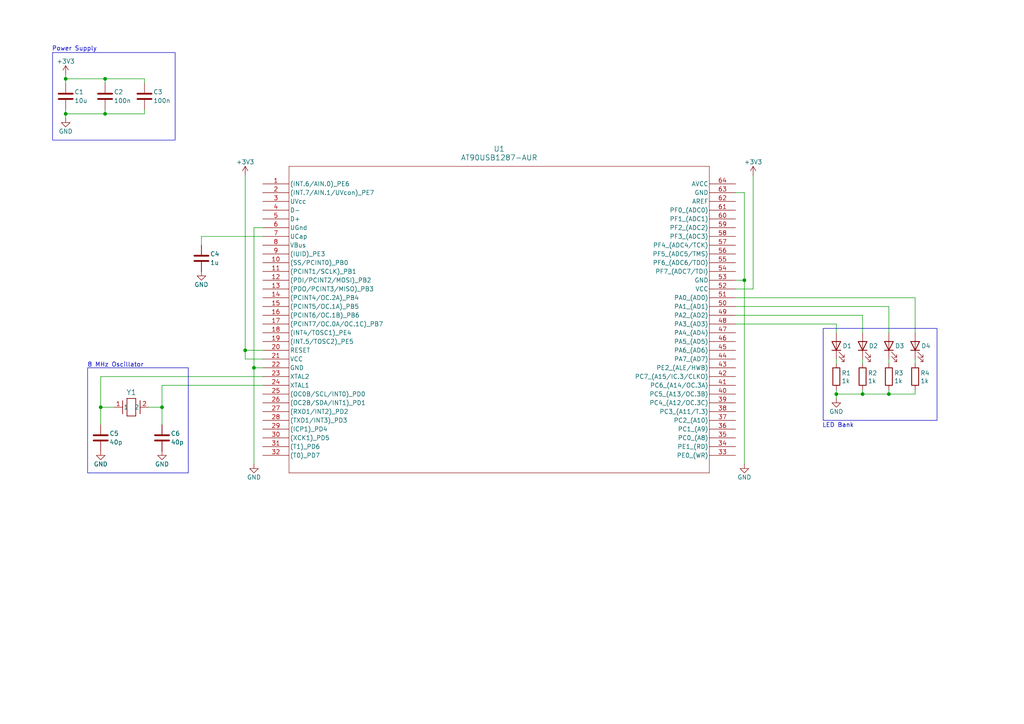
<source format=kicad_sch>
(kicad_sch (version 20231120) (generator "eeschema") (generator_version "8.0")
  (paper "A4")
  (title_block (title "Primary MCU") (company "Helena Hounds"))
  (lib_symbols
    (symbol "Dev_Board:AT90USB1287-AUR" (pin_names (offset 0.254))
      (property "Reference" "U" (at 68.58 10.16 0))
      (property "Value" "AT90USB1287-AUR" (at 68.58 7.62 0))
      (symbol "AT90USB1287-AUR_0_1"
        (polyline (pts (xy 7.62 -83.82) (xy 129.54 -83.82)) (stroke (width 0.127)))
        (polyline (pts (xy 7.62 5.08) (xy 7.62 -83.82)) (stroke (width 0.127)))
        (polyline (pts (xy 129.54 -83.82) (xy 129.54 5.08)) (stroke (width 0.127)))
        (polyline (pts (xy 129.54 5.08) (xy 7.62 5.08)) (stroke (width 0.127)))
        (pin bidirectional line (at 0 0 0) (length 7.62) (name "(INT.6/AIN.0)_PE6") (number "1"))
        (pin bidirectional line (at 0 -22.86 0) (length 7.62) (name "(SS/PCINT0)_PB0") (number "10"))
        (pin bidirectional line (at 0 -25.4 0) (length 7.62) (name "(PCINT1/SCLK)_PB1") (number "11"))
        (pin bidirectional line (at 0 -27.94 0) (length 7.62) (name "(PDI/PCINT2/MOSI)_PB2") (number "12"))
        (pin bidirectional line (at 0 -30.48 0) (length 7.62) (name "(PDO/PCINT3/MISO)_PB3") (number "13"))
        (pin bidirectional line (at 0 -33.02 0) (length 7.62) (name "(PCINT4/OC.2A)_PB4") (number "14"))
        (pin bidirectional line (at 0 -35.56 0) (length 7.62) (name "(PCINT5/OC.1A)_PB5") (number "15"))
        (pin bidirectional line (at 0 -38.1 0) (length 7.62) (name "(PCINT6/OC.1B)_PB6") (number "16"))
        (pin bidirectional line (at 0 -40.64 0) (length 7.62) (name "(PCINT7/OC.0A/OC.1C)_PB7") (number "17"))
        (pin bidirectional line (at 0 -43.18 0) (length 7.62) (name "(INT4/TOSC1)_PE4") (number "18"))
        (pin bidirectional line (at 0 -45.72 0) (length 7.62) (name "(INT.5/TOSC2)_PE5") (number "19"))
        (pin bidirectional line (at 0 -2.54 0) (length 7.62) (name "(INT.7/AIN.1/UVcon)_PE7") (number "2"))
        (pin input line (at 0 -48.26 0) (length 7.62) (name "RESET") (number "20"))
        (pin power_in line (at 0 -50.8 0) (length 7.62) (name "VCC") (number "21"))
        (pin power_in line (at 0 -53.34 0) (length 7.62) (name "GND") (number "22"))
        (pin output line (at 0 -55.88 0) (length 7.62) (name "XTAL2") (number "23"))
        (pin input line (at 0 -58.42 0) (length 7.62) (name "XTAL1") (number "24"))
        (pin bidirectional line (at 0 -60.96 0) (length 7.62) (name "(OC0B/SCL/INT0)_PD0") (number "25"))
        (pin bidirectional line (at 0 -63.5 0) (length 7.62) (name "(OC2B/SDA/INT1)_PD1") (number "26"))
        (pin bidirectional line (at 0 -66.04 0) (length 7.62) (name "(RXD1/INT2)_PD2") (number "27"))
        (pin bidirectional line (at 0 -68.58 0) (length 7.62) (name "(TXD1/INT3)_PD3") (number "28"))
        (pin bidirectional line (at 0 -71.12 0) (length 7.62) (name "(ICP1)_PD4") (number "29"))
        (pin bidirectional line (at 0 -5.08 0) (length 7.62) (name "UVcc") (number "3"))
        (pin bidirectional line (at 0 -73.66 0) (length 7.62) (name "(XCK1)_PD5") (number "30"))
        (pin bidirectional line (at 0 -76.2 0) (length 7.62) (name "(T1)_PD6") (number "31"))
        (pin bidirectional line (at 0 -78.74 0) (length 7.62) (name "(T0)_PD7") (number "32"))
        (pin bidirectional line (at 137.16 -78.74 180) (length 7.62) (name "PE0_(WR)") (number "33"))
        (pin bidirectional line (at 137.16 -76.2 180) (length 7.62) (name "PE1_(RD)") (number "34"))
        (pin bidirectional line (at 137.16 -73.66 180) (length 7.62) (name "PC0_(A8)") (number "35"))
        (pin bidirectional line (at 137.16 -71.12 180) (length 7.62) (name "PC1_(A9)") (number "36"))
        (pin bidirectional line (at 137.16 -68.58 180) (length 7.62) (name "PC2_(A10)") (number "37"))
        (pin bidirectional line (at 137.16 -66.04 180) (length 7.62) (name "PC3_(A11/T.3)") (number "38"))
        (pin bidirectional line (at 137.16 -63.5 180) (length 7.62) (name "PC4_(A12/OC.3C)") (number "39"))
        (pin unspecified line (at 0 -7.62 0) (length 7.62) (name "D-") (number "4"))
        (pin bidirectional line (at 137.16 -60.96 180) (length 7.62) (name "PC5_(A13/OC.3B)") (number "40"))
        (pin bidirectional line (at 137.16 -58.42 180) (length 7.62) (name "PC6_(A14/OC.3A)") (number "41"))
        (pin bidirectional line (at 137.16 -55.88 180) (length 7.62) (name "PC7_(A15/IC.3/CLKO)") (number "42"))
        (pin bidirectional line (at 137.16 -53.34 180) (length 7.62) (name "PE2_(ALE/HWB)") (number "43"))
        (pin bidirectional line (at 137.16 -50.8 180) (length 7.62) (name "PA7_(AD7)") (number "44"))
        (pin bidirectional line (at 137.16 -48.26 180) (length 7.62) (name "PA6_(AD6)") (number "45"))
        (pin bidirectional line (at 137.16 -45.72 180) (length 7.62) (name "PA5_(AD5)") (number "46"))
        (pin bidirectional line (at 137.16 -43.18 180) (length 7.62) (name "PA4_(AD4)") (number "47"))
        (pin bidirectional line (at 137.16 -40.64 180) (length 7.62) (name "PA3_(AD3)") (number "48"))
        (pin bidirectional line (at 137.16 -38.1 180) (length 7.62) (name "PA2_(AD2)") (number "49"))
        (pin unspecified line (at 0 -10.16 0) (length 7.62) (name "D+") (number "5"))
        (pin bidirectional line (at 137.16 -35.56 180) (length 7.62) (name "PA1_(AD1)") (number "50"))
        (pin bidirectional line (at 137.16 -33.02 180) (length 7.62) (name "PA0_(AD0)") (number "51"))
        (pin power_in line (at 137.16 -30.48 180) (length 7.62) (name "VCC") (number "52"))
        (pin power_in line (at 137.16 -27.94 180) (length 7.62) (name "GND") (number "53"))
        (pin bidirectional line (at 137.16 -25.4 180) (length 7.62) (name "PF7_(ADC7/TDI)") (number "54"))
        (pin bidirectional line (at 137.16 -22.86 180) (length 7.62) (name "PF6_(ADC6/TDO)") (number "55"))
        (pin bidirectional line (at 137.16 -20.32 180) (length 7.62) (name "PF5_(ADC5/TMS)") (number "56"))
        (pin bidirectional line (at 137.16 -17.78 180) (length 7.62) (name "PF4_(ADC4/TCK)") (number "57"))
        (pin bidirectional line (at 137.16 -15.24 180) (length 7.62) (name "PF3_(ADC3)") (number "58"))
        (pin bidirectional line (at 137.16 -12.7 180) (length 7.62) (name "PF2_(ADC2)") (number "59"))
        (pin power_in line (at 0 -12.7 0) (length 7.62) (name "UGnd") (number "6"))
        (pin bidirectional line (at 137.16 -10.16 180) (length 7.62) (name "PF1_(ADC1)") (number "60"))
        (pin bidirectional line (at 137.16 -7.62 180) (length 7.62) (name "PF0_(ADC0)") (number "61"))
        (pin unspecified line (at 137.16 -5.08 180) (length 7.62) (name "AREF") (number "62"))
        (pin power_in line (at 137.16 -2.54 180) (length 7.62) (name "GND") (number "63"))
        (pin power_in line (at 137.16 0 180) (length 7.62) (name "AVCC") (number "64"))
        (pin power_in line (at 0 -15.24 0) (length 7.62) (name "UCap") (number "7"))
        (pin power_in line (at 0 -17.78 0) (length 7.62) (name "VBus") (number "8"))
        (pin bidirectional line (at 0 -20.32 0) (length 7.62) (name "(IUID)_PE3") (number "9"))
      )
    )
    (symbol "Dev_Board:FOXSDLF_080-20" (pin_names (offset 0.254))
      (property "Reference" "Y" (at 5.08 4.445 0))
      (property "Value" "FOXSDLF/080-20" (at 5.08 -4.445 0))
      (symbol "FOXSDLF_080-20_1_1"
        (polyline (pts (xy 2.54 -1.905) (xy 2.54 1.905)) (stroke (width 0.2032)))
        (polyline (pts (xy 3.81 -2.54) (xy 3.81 2.54)) (stroke (width 0.2032)))
        (polyline (pts (xy 3.81 2.54) (xy 6.35 2.54)) (stroke (width 0.2032)))
        (polyline (pts (xy 6.35 -2.54) (xy 3.81 -2.54)) (stroke (width 0.2032)))
        (polyline (pts (xy 6.35 2.54) (xy 6.35 -2.54)) (stroke (width 0.2032)))
        (polyline (pts (xy 7.62 -1.905) (xy 7.62 1.905)) (stroke (width 0.2032)))
        (pin unspecified line (at 0 0 0) (length 2.54) (name "1") (number "1"))
        (pin unspecified line (at 10.16 0 180) (length 2.54) (name "2") (number "2"))
      )
      (symbol "FOXSDLF_080-20_1_2"
        (polyline (pts (xy -2.54 3.81) (xy -2.54 6.35)) (stroke (width 0.2032)))
        (polyline (pts (xy -2.54 6.35) (xy 2.54 6.35)) (stroke (width 0.2032)))
        (polyline (pts (xy 1.905 2.54) (xy -1.905 2.54)) (stroke (width 0.2032)))
        (polyline (pts (xy 1.905 7.62) (xy -1.905 7.62)) (stroke (width 0.2032)))
        (polyline (pts (xy 2.54 3.81) (xy -2.54 3.81)) (stroke (width 0.2032)))
        (polyline (pts (xy 2.54 6.35) (xy 2.54 3.81)) (stroke (width 0.2032)))
        (pin unspecified line (at 0 0 90) (length 2.54) (name "1") (number "1"))
        (pin unspecified line (at 0 10.16 270) (length 2.54) (name "2") (number "2"))
      )
    )
    (symbol "Device:C" (pin_numbers hide) (pin_names (offset 0.254))
      (property "Reference" "C" (at 0.635 2.54 0))
      (property "Value" "C" (at 0.635 -2.54 0))
      (symbol "C_0_1"
        (polyline (pts (xy -2.032 -0.762) (xy 2.032 -0.762)) (stroke (width 0.508)))
        (polyline (pts (xy -2.032 0.762) (xy 2.032 0.762)) (stroke (width 0.508)))
      )
      (symbol "C_1_1"
        (pin passive line (at 0 3.81 270) (length 2.794) (name "~") (number "1"))
        (pin passive line (at 0 -3.81 90) (length 2.794) (name "~") (number "2"))
      )
    )
    (symbol "Device:LED" (pin_numbers hide) (pin_names (offset 1.016) hide)
      (property "Reference" "D" (at 0 2.54 0))
      (property "Value" "LED" (at 0 -2.54 0))
      (symbol "LED_0_1"
        (polyline (pts (xy -1.27 -1.27) (xy -1.27 1.27)) (stroke (width 0.254)))
        (polyline (pts (xy -1.27 0) (xy 1.27 0)))
        (polyline (pts (xy 1.27 -1.27) (xy 1.27 1.27) (xy -1.27 0) (xy 1.27 -1.27)) (stroke (width 0.254)))
        (polyline (pts (xy -3.048 -0.762) (xy -4.572 -2.286) (xy -3.81 -2.286) (xy -4.572 -2.286) (xy -4.572 -1.524)))
        (polyline (pts (xy -1.778 -0.762) (xy -3.302 -2.286) (xy -2.54 -2.286) (xy -3.302 -2.286) (xy -3.302 -1.524)))
      )
      (symbol "LED_1_1"
        (pin passive line (at -3.81 0 0) (length 2.54) (name "K") (number "1"))
        (pin passive line (at 3.81 0 180) (length 2.54) (name "A") (number "2"))
      )
    )
    (symbol "Device:R" (pin_numbers hide) (pin_names (offset 0))
      (property "Reference" "R" (at 2.032 0 90))
      (property "Value" "R" (at 0 0 90))
      (symbol "R_0_1"
        (rectangle (start -1.016 -2.54) (end 1.016 2.54) (stroke (width 0.254)))
      )
      (symbol "R_1_1"
        (pin passive line (at 0 3.81 270) (length 1.27) (name "~") (number "1"))
        (pin passive line (at 0 -3.81 90) (length 1.27) (name "~") (number "2"))
      )
    )
    (symbol "power:+3V3" (power) (pin_numbers hide) (pin_names (offset 0) hide)
      (property "Value" "+3V3" (at 0 3.556 0))
      (symbol "+3V3_0_1"
        (polyline (pts (xy -0.762 1.27) (xy 0 2.54)))
        (polyline (pts (xy 0 0) (xy 0 2.54)))
        (polyline (pts (xy 0 2.54) (xy 0.762 1.27)))
      )
      (symbol "+3V3_1_1"
        (pin power_in line (at 0 0 90) (length 0) (name "~") (number "1"))
      )
    )
    (symbol "power:GND" (power) (pin_numbers hide) (pin_names (offset 0) hide)
      (property "Value" "GND" (at 0 -3.81 0))
      (symbol "GND_0_1"
        (polyline (pts (xy 0 0) (xy 0 -1.27) (xy 1.27 -1.27) (xy 0 -2.54) (xy -1.27 -1.27) (xy 0 -1.27)))
      )
      (symbol "GND_1_1"
        (pin power_in line (at 0 0 270) (length 0) (name "~") (number "1"))
      )
    )
  )
  (junction (at 29.21 118.11))
  (junction (at 215.9 81.28))
  (junction (at 257.81 114.3))
  (junction (at 46.99 118.11))
  (junction (at 250.19 114.3))
  (junction (at 73.66 106.68))
  (junction (at 71.12 101.6))
  (junction (at 19.05 33.02))
  (junction (at 19.05 22.86))
  (junction (at 30.48 33.02))
  (junction (at 242.57 114.3))
  (junction (at 30.48 22.86))
  (wire (pts (xy 242.57 104.14) (xy 242.57 105.41)))
  (wire (pts (xy 250.19 91.44) (xy 250.19 96.52)))
  (wire (pts (xy 215.9 81.28) (xy 213.36 81.28)))
  (wire (pts (xy 250.19 113.03) (xy 250.19 114.3)))
  (wire (pts (xy 213.36 86.36) (xy 265.43 86.36)))
  (wire (pts (xy 19.05 22.86) (xy 19.05 24.13)))
  (wire (pts (xy 242.57 114.3) (xy 250.19 114.3)))
  (wire (pts (xy 71.12 101.6) (xy 71.12 104.14)))
  (wire (pts (xy 41.91 31.75) (xy 41.91 33.02)))
  (wire (pts (xy 250.19 114.3) (xy 257.81 114.3)))
  (wire (pts (xy 76.2 111.76) (xy 46.99 111.76)))
  (wire (pts (xy 29.21 109.22) (xy 29.21 118.11)))
  (wire (pts (xy 19.05 21.59) (xy 19.05 22.86)))
  (wire (pts (xy 30.48 31.75) (xy 30.48 33.02)))
  (wire (pts (xy 46.99 118.11) (xy 43.18 118.11)))
  (wire (pts (xy 76.2 106.68) (xy 73.66 106.68)))
  (wire (pts (xy 30.48 24.13) (xy 30.48 22.86)))
  (wire (pts (xy 242.57 113.03) (xy 242.57 114.3)))
  (wire (pts (xy 29.21 123.19) (xy 29.21 118.11)))
  (wire (pts (xy 58.42 71.12) (xy 58.42 68.58)))
  (wire (pts (xy 265.43 104.14) (xy 265.43 105.41)))
  (wire (pts (xy 46.99 123.19) (xy 46.99 118.11)))
  (wire (pts (xy 19.05 22.86) (xy 30.48 22.86)))
  (wire (pts (xy 250.19 104.14) (xy 250.19 105.41)))
  (wire (pts (xy 73.66 106.68) (xy 73.66 134.62)))
  (wire (pts (xy 257.81 113.03) (xy 257.81 114.3)))
  (wire (pts (xy 19.05 33.02) (xy 30.48 33.02)))
  (wire (pts (xy 242.57 114.3) (xy 242.57 115.57)))
  (wire (pts (xy 265.43 86.36) (xy 265.43 96.52)))
  (wire (pts (xy 71.12 50.8) (xy 71.12 101.6)))
  (wire (pts (xy 30.48 22.86) (xy 41.91 22.86)))
  (wire (pts (xy 257.81 114.3) (xy 265.43 114.3)))
  (wire (pts (xy 213.36 91.44) (xy 250.19 91.44)))
  (wire (pts (xy 213.36 88.9) (xy 257.81 88.9)))
  (wire (pts (xy 46.99 111.76) (xy 46.99 118.11)))
  (wire (pts (xy 257.81 104.14) (xy 257.81 105.41)))
  (wire (pts (xy 242.57 96.52) (xy 242.57 93.98)))
  (wire (pts (xy 257.81 88.9) (xy 257.81 96.52)))
  (wire (pts (xy 213.36 83.82) (xy 218.44 83.82)))
  (wire (pts (xy 265.43 114.3) (xy 265.43 113.03)))
  (wire (pts (xy 71.12 104.14) (xy 76.2 104.14)))
  (wire (pts (xy 73.66 66.04) (xy 73.66 106.68)))
  (wire (pts (xy 213.36 55.88) (xy 215.9 55.88)))
  (wire (pts (xy 58.42 68.58) (xy 76.2 68.58)))
  (wire (pts (xy 71.12 101.6) (xy 76.2 101.6)))
  (wire (pts (xy 215.9 55.88) (xy 215.9 81.28)))
  (wire (pts (xy 19.05 33.02) (xy 19.05 34.29)))
  (wire (pts (xy 76.2 66.04) (xy 73.66 66.04)))
  (wire (pts (xy 218.44 50.8) (xy 218.44 83.82)))
  (wire (pts (xy 29.21 118.11) (xy 33.02 118.11)))
  (wire (pts (xy 76.2 109.22) (xy 29.21 109.22)))
  (wire (pts (xy 41.91 24.13) (xy 41.91 22.86)))
  (wire (pts (xy 30.48 33.02) (xy 41.91 33.02)))
  (wire (pts (xy 215.9 134.62) (xy 215.9 81.28)))
  (wire (pts (xy 213.36 93.98) (xy 242.57 93.98)))
  (wire (pts (xy 19.05 31.75) (xy 19.05 33.02)))
  (rectangle (start 238.76 95.25) (end 271.78 121.92))
  (rectangle (start 25.4 106.68) (end 54.61 137.16))
  (rectangle (start 15.24 15.24) (end 50.8 40.64))
  (text "Power Supply" (at 21.59 14.224 0) (effects (font (size 1.27 1.27))))
  (text "LED Bank" (at 243.078 123.444 0) (effects (font (size 1.27 1.27))))
  (text "8 MHz Oscillator" (at 33.528 105.918 0) (effects (font (size 1.27 1.27))))
  (symbol (lib_id "power:+3V3") (at 19.05 21.59 0) (unit 1)
    (property "Reference" "#PWR05" (effects (hide yes)))
    (property "Value" "+3V3" (at 19.05 17.78 0))
    (property "Description" "Power symbol creates a global label with name \"+3V3\"" (effects (hide yes)))
  )
  (symbol (lib_id "power:GND") (at 29.21 130.81 0) (unit 1)
    (property "Reference" "#PWR09" (effects (hide yes)))
    (property "Value" "GND" (at 29.21 134.62 0))
    (property "Description" "Power symbol creates a global label with name \"GND\" , ground" (effects (hide yes)))
  )
  (symbol (lib_id "Device:R") (at 242.57 109.22 0) (unit 1)
    (property "Reference" "R1" (at 244.094 108.204 0) (effects (justify left)))
    (property "Value" "1k" (at 244.094 110.49 0) (effects (justify left)))
    (property "Footprint" "Resistor_SMD:R_0603_1608Metric" (effects (hide yes)))
    (property "Description" "Resistor" (effects (hide yes)))
  )
  (symbol (lib_id "power:GND") (at 242.57 115.57 0) (unit 1)
    (property "Reference" "#PWR010" (effects (hide yes)))
    (property "Value" "GND" (at 242.57 119.38 0))
    (property "Description" "Power symbol creates a global label with name \"GND\" , ground" (effects (hide yes)))
  )
  (symbol (lib_id "power:GND") (at 215.9 134.62 0) (unit 1)
    (property "Reference" "#PWR02" (effects (hide yes)))
    (property "Value" "GND" (at 215.9 138.43 0))
    (property "Description" "Power symbol creates a global label with name \"GND\" , ground" (effects (hide yes)))
  )
  (symbol (lib_id "Device:C") (at 58.42 74.93 0) (unit 1)
    (property "Reference" "C4" (at 60.96 73.66 0) (effects (justify left)))
    (property "Value" "1u" (at 60.96 76.2 0) (effects (justify left)))
    (property "Description" "Unpolarized capacitor" (effects (hide yes)))
  )
  (symbol (lib_id "power:GND") (at 46.99 130.81 0) (unit 1)
    (property "Reference" "#PWR08" (effects (hide yes)))
    (property "Value" "GND" (at 46.99 134.62 0))
    (property "Description" "Power symbol creates a global label with name \"GND\" , ground" (effects (hide yes)))
  )
  (symbol (lib_id "Device:R") (at 265.43 109.22 0) (unit 1)
    (property "Reference" "R4" (at 266.954 108.204 0) (effects (justify left)))
    (property "Value" "1k" (at 266.954 110.49 0) (effects (justify left)))
    (property "Footprint" "Resistor_SMD:R_0603_1608Metric" (effects (hide yes)))
    (property "Description" "Resistor" (effects (hide yes)))
  )
  (symbol (lib_id "power:GND") (at 58.42 78.74 0) (unit 1)
    (property "Reference" "#PWR07" (effects (hide yes)))
    (property "Value" "GND" (at 58.42 82.55 0))
    (property "Description" "Power symbol creates a global label with name \"GND\" , ground" (effects (hide yes)))
  )
  (symbol (lib_id "Device:C") (at 46.99 127 0) (unit 1)
    (property "Reference" "C6" (at 49.53 125.73 0) (effects (justify left)))
    (property "Value" "40p" (at 49.53 128.27 0) (effects (justify left)))
    (property "Description" "Unpolarized capacitor" (effects (hide yes)))
  )
  (symbol (lib_id "Device:LED") (at 250.19 100.33 90) (unit 1)
    (property "Reference" "D2" (at 251.968 100.33 90) (effects (justify right)))
    (property "Value" "LED" (effects (hide yes)))
    (property "Footprint" "LED_SMD:LED_0603_1608Metric" (effects (hide yes)))
    (property "Description" "Light emitting diode" (effects (hide yes)))
  )
  (symbol (lib_id "Device:C") (at 30.48 27.94 0) (unit 1)
    (property "Reference" "C2" (at 33.02 26.67 0) (effects (justify left)))
    (property "Value" "100n" (at 33.02 29.21 0) (effects (justify left)))
    (property "Description" "Unpolarized capacitor" (effects (hide yes)))
  )
  (symbol (lib_id "power:GND") (at 73.66 134.62 0) (unit 1)
    (property "Reference" "#PWR01" (effects (hide yes)))
    (property "Value" "GND" (at 73.66 138.43 0))
    (property "Description" "Power symbol creates a global label with name \"GND\" , ground" (effects (hide yes)))
  )
  (symbol (lib_id "Device:C") (at 41.91 27.94 0) (unit 1)
    (property "Reference" "C3" (at 44.45 26.67 0) (effects (justify left)))
    (property "Value" "100n" (at 44.45 29.21 0) (effects (justify left)))
    (property "Description" "Unpolarized capacitor" (effects (hide yes)))
  )
  (symbol (lib_id "Dev_Board:AT90USB1287-AUR") (at 76.2 53.34 0) (unit 1)
    (property "Reference" "U1" (at 144.78 43.18 0) (effects (font (size 1.524 1.524))))
    (property "Value" "AT90USB1287-AUR" (at 144.78 45.72 0) (effects (font (size 1.524 1.524))))
    (property "Footprint" "TQFP64_ATM" (effects (hide yes)))
    (property "Datasheet" "AT90USB1287-AUR" (effects (hide yes)))
  )
  (symbol (lib_id "Device:C") (at 29.21 127 0) (unit 1)
    (property "Reference" "C5" (at 31.75 125.73 0) (effects (justify left)))
    (property "Value" "40p" (at 31.75 128.27 0) (effects (justify left)))
    (property "Description" "Unpolarized capacitor" (effects (hide yes)))
  )
  (symbol (lib_id "power:+3V3") (at 218.44 50.8 0) (unit 1)
    (property "Reference" "#PWR04" (effects (hide yes)))
    (property "Value" "+3V3" (at 218.44 46.99 0))
    (property "Description" "Power symbol creates a global label with name \"+3V3\"" (effects (hide yes)))
  )
  (symbol (lib_id "Device:LED") (at 257.81 100.33 90) (unit 1)
    (property "Reference" "D3" (at 259.588 100.33 90) (effects (justify right)))
    (property "Value" "LED" (effects (hide yes)))
    (property "Footprint" "LED_SMD:LED_0603_1608Metric" (effects (hide yes)))
    (property "Description" "Light emitting diode" (effects (hide yes)))
  )
  (symbol (lib_id "power:+3V3") (at 71.12 50.8 0) (unit 1)
    (property "Reference" "#PWR03" (effects (hide yes)))
    (property "Value" "+3V3" (at 71.12 46.99 0))
    (property "Description" "Power symbol creates a global label with name \"+3V3\"" (effects (hide yes)))
  )
  (symbol (lib_id "Device:LED") (at 242.57 100.33 90) (unit 1)
    (property "Reference" "D1" (at 244.348 100.33 90) (effects (justify right)))
    (property "Value" "LED" (effects (hide yes)))
    (property "Footprint" "LED_SMD:LED_0603_1608Metric" (effects (hide yes)))
    (property "Description" "Light emitting diode" (effects (hide yes)))
  )
  (symbol (lib_id "Device:C") (at 19.05 27.94 0) (unit 1)
    (property "Reference" "C1" (at 21.59 26.67 0) (effects (justify left)))
    (property "Value" "10u" (at 21.59 29.21 0) (effects (justify left)))
    (property "Description" "Unpolarized capacitor" (effects (hide yes)))
  )
  (symbol (lib_id "Dev_Board:FOXSDLF_080-20") (at 33.02 118.11 0) (unit 1)
    (property "Reference" "Y1" (at 38.1 113.792 0) (effects (font (size 1.524 1.524))))
    (property "Value" "FOXSDLF/080-20" (effects (hide yes)))
    (property "Footprint" "CRYSTAL_HC49SDLF_FXT" (effects (hide yes)))
    (property "Datasheet" "FOXSDLF/080-20" (effects (hide yes)))
  )
  (symbol (lib_id "power:GND") (at 19.05 34.29 0) (unit 1)
    (property "Reference" "#PWR06" (effects (hide yes)))
    (property "Value" "GND" (at 19.05 38.1 0))
    (property "Description" "Power symbol creates a global label with name \"GND\" , ground" (effects (hide yes)))
  )
  (symbol (lib_id "Device:LED") (at 265.43 100.33 90) (unit 1)
    (property "Reference" "D4" (at 267.208 100.33 90) (effects (justify right)))
    (property "Value" "LED" (effects (hide yes)))
    (property "Footprint" "LED_SMD:LED_0603_1608Metric" (effects (hide yes)))
    (property "Description" "Light emitting diode" (effects (hide yes)))
  )
  (symbol (lib_id "Device:R") (at 257.81 109.22 0) (unit 1)
    (property "Reference" "R3" (at 259.334 108.204 0) (effects (justify left)))
    (property "Value" "1k" (at 259.334 110.49 0) (effects (justify left)))
    (property "Footprint" "Resistor_SMD:R_0603_1608Metric" (effects (hide yes)))
    (property "Description" "Resistor" (effects (hide yes)))
  )
  (symbol (lib_id "Device:R") (at 250.19 109.22 0) (unit 1)
    (property "Reference" "R2" (at 251.714 108.204 0) (effects (justify left)))
    (property "Value" "1k" (at 251.714 110.49 0) (effects (justify left)))
    (property "Footprint" "Resistor_SMD:R_0603_1608Metric" (effects (hide yes)))
    (property "Description" "Resistor" (effects (hide yes)))
  )
)
</source>
